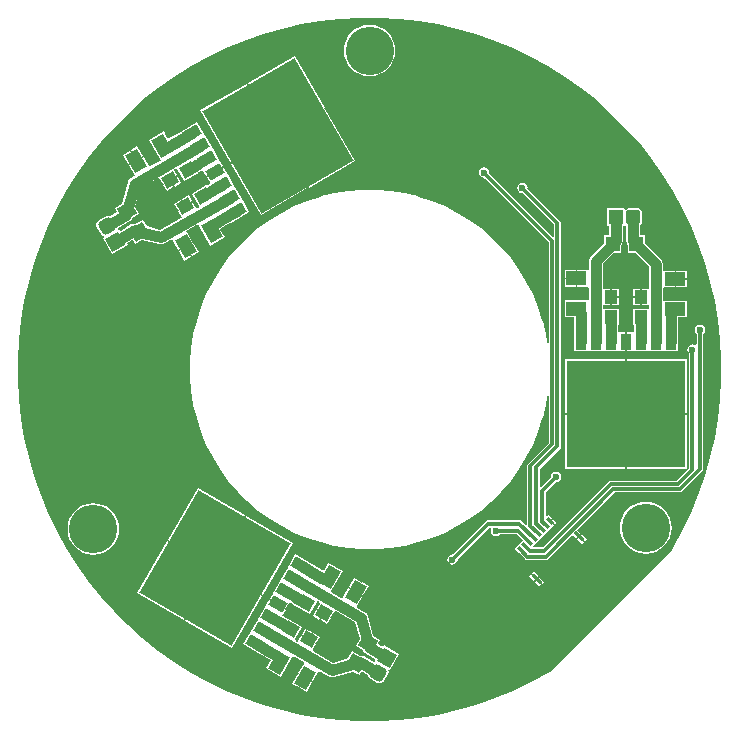
<source format=gtl>
G04*
G04 #@! TF.GenerationSoftware,Altium Limited,Altium Designer,22.4.2 (48)*
G04*
G04 Layer_Physical_Order=1*
G04 Layer_Color=255*
%FSLAX25Y25*%
%MOIN*%
G70*
G04*
G04 #@! TF.SameCoordinates,33176103-96A9-485D-B847-577AE089F5E8*
G04*
G04*
G04 #@! TF.FilePolarity,Positive*
G04*
G01*
G75*
%ADD11C,0.01181*%
G04:AMPARAMS|DCode=13|XSize=36.61mil|YSize=53.94mil|CornerRadius=0mil|HoleSize=0mil|Usage=FLASHONLY|Rotation=300.000|XOffset=0mil|YOffset=0mil|HoleType=Round|Shape=Rectangle|*
%AMROTATEDRECTD13*
4,1,4,-0.03251,0.00237,0.01420,0.02934,0.03251,-0.00237,-0.01420,-0.02934,-0.03251,0.00237,0.0*
%
%ADD13ROTATEDRECTD13*%

G04:AMPARAMS|DCode=14|XSize=393.7mil|YSize=354.33mil|CornerRadius=0mil|HoleSize=0mil|Usage=FLASHONLY|Rotation=300.000|XOffset=0mil|YOffset=0mil|HoleType=Round|Shape=Rectangle|*
%AMROTATEDRECTD14*
4,1,4,-0.25186,0.08189,0.05501,0.25906,0.25186,-0.08189,-0.05501,-0.25906,-0.25186,0.08189,0.0*
%
%ADD14ROTATEDRECTD14*%

G04:AMPARAMS|DCode=15|XSize=36.61mil|YSize=53.94mil|CornerRadius=0mil|HoleSize=0mil|Usage=FLASHONLY|Rotation=60.000|XOffset=0mil|YOffset=0mil|HoleType=Round|Shape=Rectangle|*
%AMROTATEDRECTD15*
4,1,4,0.01420,-0.02934,-0.03251,-0.00237,-0.01420,0.02934,0.03251,0.00237,0.01420,-0.02934,0.0*
%
%ADD15ROTATEDRECTD15*%

G04:AMPARAMS|DCode=16|XSize=393.7mil|YSize=354.33mil|CornerRadius=0mil|HoleSize=0mil|Usage=FLASHONLY|Rotation=60.000|XOffset=0mil|YOffset=0mil|HoleType=Round|Shape=Rectangle|*
%AMROTATEDRECTD16*
4,1,4,0.05501,-0.25906,-0.25186,-0.08189,-0.05501,0.25906,0.25186,0.08189,0.05501,-0.25906,0.0*
%
%ADD16ROTATEDRECTD16*%

G04:AMPARAMS|DCode=17|XSize=45.46mil|YSize=67.17mil|CornerRadius=0mil|HoleSize=0mil|Usage=FLASHONLY|Rotation=330.000|XOffset=0mil|YOffset=0mil|HoleType=Round|Shape=Rectangle|*
%AMROTATEDRECTD17*
4,1,4,-0.03648,-0.01772,-0.00289,0.04045,0.03648,0.01772,0.00289,-0.04045,-0.03648,-0.01772,0.0*
%
%ADD17ROTATEDRECTD17*%

G04:AMPARAMS|DCode=18|XSize=41.34mil|YSize=45.28mil|CornerRadius=0mil|HoleSize=0mil|Usage=FLASHONLY|Rotation=240.000|XOffset=0mil|YOffset=0mil|HoleType=Round|Shape=Rectangle|*
%AMROTATEDRECTD18*
4,1,4,-0.00927,0.02922,0.02994,0.00658,0.00927,-0.02922,-0.02994,-0.00658,-0.00927,0.02922,0.0*
%
%ADD18ROTATEDRECTD18*%

G04:AMPARAMS|DCode=19|XSize=51.18mil|YSize=47.24mil|CornerRadius=0mil|HoleSize=0mil|Usage=FLASHONLY|Rotation=330.000|XOffset=0mil|YOffset=0mil|HoleType=Round|Shape=Rectangle|*
%AMROTATEDRECTD19*
4,1,4,-0.03397,-0.00766,-0.01035,0.03325,0.03397,0.00766,0.01035,-0.03325,-0.03397,-0.00766,0.0*
%
%ADD19ROTATEDRECTD19*%

G04:AMPARAMS|DCode=20|XSize=51.18mil|YSize=47.24mil|CornerRadius=0mil|HoleSize=0mil|Usage=FLASHONLY|Rotation=210.000|XOffset=0mil|YOffset=0mil|HoleType=Round|Shape=Rectangle|*
%AMROTATEDRECTD20*
4,1,4,0.01035,0.03325,0.03397,-0.00766,-0.01035,-0.03325,-0.03397,0.00766,0.01035,0.03325,0.0*
%
%ADD20ROTATEDRECTD20*%

G04:AMPARAMS|DCode=21|XSize=41.34mil|YSize=45.28mil|CornerRadius=0mil|HoleSize=0mil|Usage=FLASHONLY|Rotation=120.000|XOffset=0mil|YOffset=0mil|HoleType=Round|Shape=Rectangle|*
%AMROTATEDRECTD21*
4,1,4,0.02994,-0.00658,-0.00927,-0.02922,-0.02994,0.00658,0.00927,0.02922,0.02994,-0.00658,0.0*
%
%ADD21ROTATEDRECTD21*%

G04:AMPARAMS|DCode=22|XSize=45.46mil|YSize=67.17mil|CornerRadius=0mil|HoleSize=0mil|Usage=FLASHONLY|Rotation=210.000|XOffset=0mil|YOffset=0mil|HoleType=Round|Shape=Rectangle|*
%AMROTATEDRECTD22*
4,1,4,0.00289,0.04045,0.03648,-0.01772,-0.00289,-0.04045,-0.03648,0.01772,0.00289,0.04045,0.0*
%
%ADD22ROTATEDRECTD22*%

G04:AMPARAMS|DCode=23|XSize=11.81mil|YSize=27.56mil|CornerRadius=0mil|HoleSize=0mil|Usage=FLASHONLY|Rotation=45.000|XOffset=0mil|YOffset=0mil|HoleType=Round|Shape=Rectangle|*
%AMROTATEDRECTD23*
4,1,4,0.00557,-0.01392,-0.01392,0.00557,-0.00557,0.01392,0.01392,-0.00557,0.00557,-0.01392,0.0*
%
%ADD23ROTATEDRECTD23*%

G04:AMPARAMS|DCode=24|XSize=11.81mil|YSize=39.37mil|CornerRadius=0mil|HoleSize=0mil|Usage=FLASHONLY|Rotation=45.000|XOffset=0mil|YOffset=0mil|HoleType=Round|Shape=Rectangle|*
%AMROTATEDRECTD24*
4,1,4,0.00974,-0.01810,-0.01810,0.00974,-0.00974,0.01810,0.01810,-0.00974,0.00974,-0.01810,0.0*
%
%ADD24ROTATEDRECTD24*%

%ADD25R,0.04134X0.04528*%
%ADD26R,0.06717X0.04546*%
%ADD27R,0.39370X0.35433*%
%ADD28R,0.03661X0.05394*%
%ADD29R,0.04724X0.05118*%
%ADD46C,0.02362*%
%ADD47C,0.03543*%
G04:AMPARAMS|DCode=48|XSize=49.21mil|YSize=49.21mil|CornerRadius=12.3mil|HoleSize=0mil|Usage=FLASHONLY|Rotation=240.000|XOffset=0mil|YOffset=0mil|HoleType=Round|Shape=RoundedRectangle|*
%AMROUNDEDRECTD48*
21,1,0.04921,0.02461,0,0,240.0*
21,1,0.02461,0.04921,0,0,240.0*
1,1,0.02461,-0.01681,-0.00450*
1,1,0.02461,-0.00450,0.01681*
1,1,0.02461,0.01681,0.00450*
1,1,0.02461,0.00450,-0.01681*
%
%ADD48ROUNDEDRECTD48*%
%ADD49P,0.06960X4X285.0*%
G04:AMPARAMS|DCode=50|XSize=49.21mil|YSize=49.21mil|CornerRadius=12.3mil|HoleSize=0mil|Usage=FLASHONLY|Rotation=120.000|XOffset=0mil|YOffset=0mil|HoleType=Round|Shape=RoundedRectangle|*
%AMROUNDEDRECTD50*
21,1,0.04921,0.02461,0,0,120.0*
21,1,0.02461,0.04921,0,0,120.0*
1,1,0.02461,0.00450,0.01681*
1,1,0.02461,0.01681,-0.00450*
1,1,0.02461,-0.00450,-0.01681*
1,1,0.02461,-0.01681,0.00450*
%
%ADD50ROUNDEDRECTD50*%
%ADD51P,0.06960X4X165.0*%
%ADD52R,0.04921X0.04921*%
G04:AMPARAMS|DCode=53|XSize=49.21mil|YSize=49.21mil|CornerRadius=12.3mil|HoleSize=0mil|Usage=FLASHONLY|Rotation=0.000|XOffset=0mil|YOffset=0mil|HoleType=Round|Shape=RoundedRectangle|*
%AMROUNDEDRECTD53*
21,1,0.04921,0.02461,0,0,0.0*
21,1,0.02461,0.04921,0,0,0.0*
1,1,0.02461,0.01230,-0.01230*
1,1,0.02461,-0.01230,-0.01230*
1,1,0.02461,-0.01230,0.01230*
1,1,0.02461,0.01230,0.01230*
%
%ADD53ROUNDEDRECTD53*%
%ADD54C,0.16142*%
G36*
X206714Y313789D02*
X213255Y313052D01*
X219745Y311949D01*
X226163Y310484D01*
X232488Y308662D01*
X238701Y306488D01*
X244783Y303969D01*
X250713Y301113D01*
X256475Y297929D01*
X262049Y294426D01*
X267417Y290617D01*
X272564Y286513D01*
X277472Y282127D01*
X282127Y277472D01*
X286513Y272564D01*
X290617Y267417D01*
X294426Y262049D01*
X297929Y256475D01*
X301113Y250713D01*
X303969Y244783D01*
X306488Y238701D01*
X308662Y232488D01*
X310484Y226163D01*
X311949Y219745D01*
X313052Y213255D01*
X313789Y206714D01*
X314158Y200142D01*
Y196850D01*
Y193559D01*
X313789Y186987D01*
X313052Y180446D01*
X311949Y173956D01*
X310484Y167538D01*
X308662Y161213D01*
X306488Y154999D01*
X303969Y148918D01*
X301113Y142987D01*
X297929Y137226D01*
X297655Y136790D01*
X256911Y96046D01*
X256475Y95772D01*
X250713Y92588D01*
X244783Y89732D01*
X238701Y87213D01*
X232488Y85039D01*
X226163Y83217D01*
X219745Y81752D01*
X213255Y80649D01*
X206714Y79912D01*
X200142Y79543D01*
X193559D01*
X186987Y79912D01*
X180446Y80649D01*
X173956Y81752D01*
X167538Y83217D01*
X161213Y85039D01*
X154999Y87213D01*
X148918Y89732D01*
X142987Y92588D01*
X137226Y95772D01*
X131652Y99274D01*
X126284Y103084D01*
X121137Y107188D01*
X116229Y111574D01*
X111574Y116229D01*
X107188Y121137D01*
X103084Y126284D01*
X99274Y131652D01*
X95772Y137226D01*
X92588Y142987D01*
X89732Y148918D01*
X87213Y154999D01*
X85039Y161213D01*
X83217Y167538D01*
X81752Y173956D01*
X80649Y180446D01*
X79912Y186987D01*
X79543Y193559D01*
Y196850D01*
Y200142D01*
X79912Y206714D01*
X80649Y213255D01*
X81752Y219745D01*
X83217Y226163D01*
X85039Y232488D01*
X87213Y238701D01*
X89732Y244783D01*
X92588Y250713D01*
X95772Y256475D01*
X99274Y262049D01*
X103084Y267417D01*
X107188Y272564D01*
X111574Y277472D01*
X116229Y282127D01*
X121137Y286513D01*
X126284Y290617D01*
X131652Y294426D01*
X137226Y297929D01*
X142987Y301113D01*
X148918Y303969D01*
X154999Y306488D01*
X161213Y308662D01*
X167538Y310484D01*
X173956Y311949D01*
X180446Y313052D01*
X186987Y313789D01*
X193559Y314158D01*
X200142D01*
X206714Y313789D01*
D02*
G37*
%LPC*%
G36*
X196850Y311762D02*
X195170Y311596D01*
X193555Y311106D01*
X192066Y310311D01*
X190761Y309239D01*
X189690Y307934D01*
X188894Y306445D01*
X188403Y304830D01*
X188238Y303150D01*
X188403Y301469D01*
X188894Y299854D01*
X189690Y298365D01*
X190761Y297060D01*
X192066Y295989D01*
X193555Y295193D01*
X195170Y294703D01*
X196850Y294537D01*
X198531Y294703D01*
X200146Y295193D01*
X201635Y295989D01*
X202940Y297060D01*
X204011Y298365D01*
X204807Y299854D01*
X205297Y301469D01*
X205463Y303150D01*
X205297Y304830D01*
X204807Y306445D01*
X204011Y307934D01*
X202940Y309239D01*
X201635Y310311D01*
X200146Y311106D01*
X198531Y311596D01*
X196850Y311762D01*
D02*
G37*
G36*
X171893Y301408D02*
X156334Y292425D01*
X166301Y275161D01*
X181861Y284144D01*
X171893Y301408D01*
D02*
G37*
G36*
X139429Y279369D02*
X133892Y276173D01*
X133899Y276160D01*
X129947Y273878D01*
X129464Y274007D01*
X128199Y276199D01*
X123396Y273426D01*
X127088Y267031D01*
X127255Y266742D01*
X126965Y266383D01*
X123814Y264564D01*
X123191Y264781D01*
X121554Y267618D01*
X119152Y266231D01*
X116751Y264845D01*
X118388Y262009D01*
X118555Y261720D01*
X118265Y261360D01*
X117354Y260834D01*
X117354Y260834D01*
X116675Y260238D01*
X116275Y259428D01*
Y259428D01*
X114263Y251919D01*
X111972Y250596D01*
X112737Y249270D01*
X110264Y247843D01*
X110090Y247929D01*
X109403Y247974D01*
X108751Y247752D01*
X106620Y246522D01*
X106103Y246068D01*
X105798Y245451D01*
X105753Y244764D01*
X105974Y244112D01*
X107205Y241981D01*
X107659Y241464D01*
X108241Y241177D01*
X108294Y241008D01*
X108336Y240654D01*
X108091Y240513D01*
X111052Y235385D01*
X116180Y238346D01*
X115858Y238904D01*
X117700Y239967D01*
X118183Y239838D01*
X118771Y238819D01*
X121062Y240142D01*
X126772Y238612D01*
X126772Y238612D01*
X127674Y238553D01*
X128530Y238843D01*
X128530Y238843D01*
X130921Y240224D01*
X131204Y239810D01*
X133001Y236699D01*
X135402Y238086D01*
X137803Y239472D01*
X136007Y242583D01*
X135999Y242597D01*
X135791Y243036D01*
X139620Y245247D01*
X139904Y244833D01*
X143755Y238164D01*
X148557Y240936D01*
X147134Y243403D01*
X147263Y243886D01*
X149539Y245200D01*
X151216Y246167D01*
X151223Y246155D01*
X156760Y249352D01*
X154510Y253249D01*
X154260Y253682D01*
X154179Y253822D01*
X152010Y257579D01*
X151760Y258012D01*
X151679Y258152D01*
X149510Y261909D01*
X149429Y262049D01*
X149185Y262471D01*
X148220Y264144D01*
X145451Y262546D01*
X142682Y260947D01*
X143642Y259285D01*
X143723Y259145D01*
X143593Y258663D01*
X142962Y258298D01*
X142433Y257993D01*
X142308Y258210D01*
X137521Y255446D01*
X139896Y251332D01*
X140088Y251000D01*
X139755Y250673D01*
X139528Y250542D01*
X138887Y250749D01*
X137920Y252424D01*
X135527Y251042D01*
X133133Y249660D01*
X134100Y247986D01*
X134292Y247654D01*
X133959Y247327D01*
X127044Y243335D01*
X122530Y244544D01*
X121207Y246836D01*
X118813Y245453D01*
X118342Y245484D01*
X117487Y245193D01*
X117486Y245193D01*
X113848Y243093D01*
X113365Y243222D01*
X113219Y243474D01*
X113219Y243474D01*
X112849Y243837D01*
X112848Y243881D01*
X112916Y244025D01*
X116850Y246296D01*
X116850Y246296D01*
X117529Y246892D01*
X117738Y247315D01*
X120132Y248697D01*
X118809Y250989D01*
X120501Y257302D01*
X126275Y260636D01*
X126916Y260429D01*
X127883Y258754D01*
X130277Y260136D01*
X132670Y261518D01*
X131703Y263192D01*
X131512Y263524D01*
X131844Y263851D01*
X132071Y263982D01*
X132713Y263775D01*
X135088Y259661D01*
X139875Y262424D01*
X139750Y262642D01*
X140670Y263173D01*
X141048Y263504D01*
X141107Y263495D01*
X141408Y263155D01*
X141473Y263042D01*
X142432Y261380D01*
X145201Y262979D01*
X147970Y264577D01*
X147010Y266239D01*
X146760Y266672D01*
X146679Y266812D01*
X144510Y270569D01*
X144429Y270709D01*
X144194Y271117D01*
X142010Y274900D01*
X141760Y275333D01*
X141679Y275472D01*
X139429Y279369D01*
D02*
G37*
G36*
X119499Y271176D02*
X117314Y269915D01*
X119119Y266790D01*
X121304Y268051D01*
X119499Y271176D01*
D02*
G37*
G36*
X155901Y292175D02*
X140341Y283192D01*
X150309Y265927D01*
X165868Y274911D01*
X155901Y292175D01*
D02*
G37*
G36*
X116881Y269665D02*
X114697Y268403D01*
X116501Y265278D01*
X118686Y266540D01*
X116881Y269665D01*
D02*
G37*
G36*
X132920Y261085D02*
X130743Y259828D01*
X131902Y257821D01*
X134079Y259078D01*
X132920Y261085D01*
D02*
G37*
G36*
X182111Y283711D02*
X166551Y274728D01*
X176519Y257463D01*
X192078Y266447D01*
X182111Y283711D01*
D02*
G37*
G36*
X130310Y259578D02*
X128133Y258321D01*
X129292Y256314D01*
X131469Y257571D01*
X130310Y259578D01*
D02*
G37*
G36*
X136512Y254864D02*
X134335Y253607D01*
X135493Y251600D01*
X137670Y252857D01*
X136512Y254864D01*
D02*
G37*
G36*
X286011Y250648D02*
X283550D01*
X282875Y250514D01*
X282335Y250153D01*
X282163Y250191D01*
X281835Y250332D01*
Y250614D01*
X275914D01*
Y244693D01*
X276559D01*
Y241713D01*
X275028D01*
Y239067D01*
X270690Y234728D01*
X270188Y233977D01*
X270011Y233091D01*
X270011Y233090D01*
Y230314D01*
X269686Y229949D01*
X269511Y229949D01*
X266078D01*
Y227176D01*
Y224403D01*
X269511D01*
X269686Y224403D01*
X270011Y224038D01*
Y220269D01*
X269686Y219904D01*
X269511Y219904D01*
X261969D01*
Y214358D01*
X265012D01*
Y209350D01*
X264997D01*
Y202957D01*
X269497D01*
X269997Y202957D01*
X270158Y202957D01*
X274497D01*
X274997Y202957D01*
X275158Y202957D01*
X279497D01*
X279997Y202957D01*
X280158Y202957D01*
X282078D01*
Y206154D01*
Y209350D01*
X280158D01*
X279997Y209350D01*
X279644Y209704D01*
Y211543D01*
X279894D01*
Y217071D01*
X274761Y217071D01*
X274644Y217522D01*
Y217785D01*
X274761Y218236D01*
X275144Y218236D01*
X277078D01*
Y221000D01*
Y223764D01*
X274761Y223764D01*
X274644Y224215D01*
Y232131D01*
X278107Y235595D01*
X280753D01*
Y238360D01*
X281015Y238752D01*
X281191Y239638D01*
X281191Y239638D01*
Y244693D01*
X281835D01*
Y244693D01*
X282335Y244832D01*
X282373Y244811D01*
X282464Y244680D01*
Y239638D01*
X282464Y239638D01*
X282464Y239638D01*
Y239638D01*
X282543Y239240D01*
X282641Y238752D01*
X282641Y238752D01*
X282641Y238752D01*
X282902Y238360D01*
Y235594D01*
X285548D01*
X290012Y231131D01*
Y224215D01*
X289895Y223764D01*
X289511Y223764D01*
X287578D01*
Y221000D01*
Y218236D01*
X289895Y218236D01*
X290012Y217785D01*
Y217522D01*
X289895Y217071D01*
X289511Y217071D01*
X284761D01*
Y211543D01*
X285012D01*
Y209704D01*
X284658Y209350D01*
X284497Y209350D01*
X282578D01*
Y206154D01*
Y202957D01*
X284497D01*
X284997Y202957D01*
X285158Y202957D01*
X289497D01*
X289997Y202957D01*
X290158Y202957D01*
X294497D01*
X294997Y202957D01*
X295158Y202957D01*
X299658D01*
Y209350D01*
X299644D01*
Y214204D01*
X302678D01*
Y219750D01*
X295144D01*
X294960Y219750D01*
X294644Y220119D01*
Y223881D01*
X294960Y224250D01*
X295144Y224250D01*
X298569D01*
Y227023D01*
Y229796D01*
X295144D01*
X294960Y229796D01*
X294644Y230165D01*
Y232091D01*
X294467Y232977D01*
X294467Y232977D01*
X293965Y233728D01*
X293965Y233728D01*
X288627Y239067D01*
Y241712D01*
X287097D01*
Y245068D01*
X287258Y245176D01*
X287641Y245748D01*
X287775Y246423D01*
Y248884D01*
X287641Y249559D01*
X287258Y250131D01*
X286686Y250514D01*
X286011Y250648D01*
D02*
G37*
G36*
X133902Y253357D02*
X131725Y252100D01*
X132883Y250093D01*
X135060Y251350D01*
X133902Y253357D01*
D02*
G37*
G36*
X166118Y274478D02*
X150559Y265494D01*
X160526Y248230D01*
X176086Y257213D01*
X166118Y274478D01*
D02*
G37*
G36*
X138053Y239039D02*
X135869Y237777D01*
X137673Y234652D01*
X139858Y235914D01*
X138053Y239039D01*
D02*
G37*
G36*
X135435Y237527D02*
X133251Y236266D01*
X135055Y233141D01*
X137240Y234402D01*
X135435Y237527D01*
D02*
G37*
G36*
X265578Y229949D02*
X261969D01*
Y227426D01*
X265578D01*
Y229949D01*
D02*
G37*
G36*
X299069Y229796D02*
Y227273D01*
X302678D01*
Y229796D01*
X299069D01*
D02*
G37*
G36*
X265578Y226926D02*
X261969D01*
Y224403D01*
X265578D01*
Y226926D01*
D02*
G37*
G36*
X302678Y226773D02*
X299069D01*
Y224250D01*
X302678D01*
Y226773D01*
D02*
G37*
G36*
X287078Y223764D02*
X284761D01*
Y221250D01*
X287078D01*
Y223764D01*
D02*
G37*
G36*
X277578D02*
Y221250D01*
X279894D01*
Y223764D01*
X277578D01*
D02*
G37*
G36*
X279894Y220750D02*
X277578D01*
Y218236D01*
X279894D01*
Y220750D01*
D02*
G37*
G36*
X287078D02*
X284761D01*
Y218236D01*
X287078D01*
Y220750D01*
D02*
G37*
G36*
X235000Y264214D02*
X234344Y264084D01*
X233788Y263712D01*
X233416Y263156D01*
X233286Y262500D01*
X233416Y261844D01*
X233788Y261288D01*
X234344Y260916D01*
X235000Y260786D01*
X235118Y260809D01*
X256707Y239220D01*
Y204766D01*
X256207Y204727D01*
X255608Y208506D01*
X255597Y208536D01*
X255596Y208568D01*
X254513Y213080D01*
X254499Y213109D01*
X254496Y213141D01*
X253062Y217554D01*
X253046Y217582D01*
X253040Y217613D01*
X251264Y221901D01*
X251246Y221927D01*
X251238Y221958D01*
X249131Y226093D01*
X249111Y226118D01*
X249100Y226148D01*
X246675Y230104D01*
X246654Y230128D01*
X246640Y230157D01*
X243913Y233911D01*
X243889Y233933D01*
X243874Y233961D01*
X240860Y237489D01*
X240835Y237509D01*
X240817Y237536D01*
X237536Y240817D01*
X237509Y240835D01*
X237489Y240860D01*
X233961Y243874D01*
X233933Y243889D01*
X233911Y243913D01*
X230157Y246640D01*
X230128Y246654D01*
X230104Y246675D01*
X226148Y249100D01*
X226118Y249111D01*
X226093Y249131D01*
X221958Y251238D01*
X221927Y251246D01*
X221901Y251264D01*
X217613Y253040D01*
X217582Y253046D01*
X217554Y253062D01*
X213141Y254496D01*
X213109Y254499D01*
X213080Y254513D01*
X208568Y255596D01*
X208536Y255597D01*
X208506Y255608D01*
X203923Y256334D01*
X203891Y256333D01*
X203860Y256342D01*
X199234Y256706D01*
X199202Y256702D01*
X199171Y256708D01*
X194530D01*
X194499Y256702D01*
X194467Y256706D01*
X189841Y256342D01*
X189810Y256333D01*
X189778Y256334D01*
X185195Y255608D01*
X185165Y255597D01*
X185133Y255596D01*
X180621Y254513D01*
X180592Y254499D01*
X180560Y254496D01*
X176146Y253062D01*
X176119Y253046D01*
X176087Y253040D01*
X171800Y251264D01*
X171774Y251246D01*
X171743Y251238D01*
X167608Y249131D01*
X167583Y249111D01*
X167553Y249100D01*
X163596Y246675D01*
X163573Y246654D01*
X163544Y246640D01*
X159790Y243913D01*
X159768Y243889D01*
X159740Y243874D01*
X156211Y240860D01*
X156192Y240835D01*
X156165Y240817D01*
X152884Y237536D01*
X152866Y237509D01*
X152841Y237489D01*
X149827Y233961D01*
X149811Y233933D01*
X149788Y233911D01*
X147061Y230157D01*
X147047Y230128D01*
X147025Y230104D01*
X144601Y226148D01*
X144590Y226118D01*
X144570Y226093D01*
X142463Y221958D01*
X142455Y221927D01*
X142437Y221901D01*
X140661Y217613D01*
X140655Y217582D01*
X140639Y217554D01*
X139205Y213141D01*
X139201Y213109D01*
X139188Y213080D01*
X138105Y208568D01*
X138103Y208536D01*
X138092Y208506D01*
X137366Y203923D01*
X137368Y203891D01*
X137359Y203860D01*
X136995Y199234D01*
X136999Y199202D01*
X136992Y199171D01*
Y196850D01*
X136992Y194530D01*
X136999Y194499D01*
X136995Y194467D01*
X137359Y189841D01*
X137368Y189810D01*
X137366Y189778D01*
X138092Y185195D01*
X138103Y185165D01*
X138105Y185133D01*
X139188Y180621D01*
X139201Y180592D01*
X139205Y180560D01*
X140639Y176146D01*
X140655Y176119D01*
X140661Y176087D01*
X142437Y171800D01*
X142455Y171774D01*
X142463Y171743D01*
X144570Y167608D01*
X144590Y167583D01*
X144601Y167553D01*
X147025Y163596D01*
X147047Y163573D01*
X147061Y163544D01*
X149788Y159790D01*
X149811Y159768D01*
X149827Y159740D01*
X152841Y156211D01*
X152866Y156192D01*
X152884Y156165D01*
X156165Y152884D01*
X156192Y152866D01*
X156211Y152841D01*
X159740Y149827D01*
X159768Y149811D01*
X159790Y149788D01*
X163544Y147061D01*
X163573Y147047D01*
X163596Y147025D01*
X167553Y144601D01*
X167583Y144590D01*
X167608Y144570D01*
X171743Y142463D01*
X171774Y142455D01*
X171800Y142437D01*
X176087Y140661D01*
X176119Y140655D01*
X176147Y140639D01*
X180560Y139205D01*
X180592Y139201D01*
X180621Y139188D01*
X185133Y138105D01*
X185165Y138103D01*
X185195Y138092D01*
X189778Y137366D01*
X189810Y137368D01*
X189841Y137359D01*
X194467Y136995D01*
X194499Y136999D01*
X194530Y136992D01*
X196850D01*
X199171Y136992D01*
X199202Y136999D01*
X199234Y136995D01*
X203860Y137359D01*
X203891Y137368D01*
X203923Y137366D01*
X208506Y138092D01*
X208536Y138103D01*
X208568Y138105D01*
X213080Y139188D01*
X213109Y139201D01*
X213141Y139205D01*
X217554Y140639D01*
X217582Y140655D01*
X217613Y140661D01*
X221901Y142437D01*
X221927Y142455D01*
X221958Y142463D01*
X226093Y144570D01*
X226118Y144590D01*
X226148Y144601D01*
X230104Y147025D01*
X230128Y147047D01*
X230157Y147061D01*
X233911Y149788D01*
X233933Y149811D01*
X233961Y149827D01*
X237489Y152841D01*
X237509Y152866D01*
X237536Y152884D01*
X240817Y156165D01*
X240835Y156192D01*
X240860Y156211D01*
X243874Y159740D01*
X243889Y159768D01*
X243913Y159790D01*
X246640Y163544D01*
X246654Y163573D01*
X246675Y163596D01*
X249100Y167553D01*
X249111Y167583D01*
X249131Y167608D01*
X251238Y171743D01*
X251246Y171774D01*
X251264Y171800D01*
X253040Y176087D01*
X253046Y176119D01*
X253062Y176147D01*
X254496Y180560D01*
X254499Y180592D01*
X254513Y180621D01*
X255596Y185133D01*
X255597Y185165D01*
X255608Y185195D01*
X256207Y188974D01*
X256707Y188935D01*
Y172357D01*
X249714Y165364D01*
X249473Y165003D01*
X249388Y164577D01*
X249388Y164577D01*
Y145201D01*
X248888Y144993D01*
X247595Y146286D01*
X247595Y146286D01*
X247235Y146527D01*
X246809Y146612D01*
X246809Y146612D01*
X236500D01*
X236074Y146527D01*
X235714Y146286D01*
X235714Y146286D01*
X224618Y135191D01*
X224500Y135214D01*
X223844Y135084D01*
X223288Y134712D01*
X222916Y134156D01*
X222786Y133500D01*
X222916Y132844D01*
X223288Y132288D01*
X223844Y131916D01*
X224500Y131786D01*
X225156Y131916D01*
X225712Y132288D01*
X226084Y132844D01*
X226214Y133500D01*
X226190Y133618D01*
X236851Y144278D01*
X237262Y144237D01*
X237494Y143772D01*
X237416Y143656D01*
X237286Y143000D01*
X237416Y142344D01*
X237788Y141788D01*
X238344Y141416D01*
X239000Y141286D01*
X239656Y141416D01*
X240212Y141788D01*
X240279Y141888D01*
X246039D01*
X248002Y139925D01*
X246788Y138711D01*
X246788Y138711D01*
X245246Y137169D01*
X246498Y135917D01*
X246559Y135826D01*
X246650Y135765D01*
X247902Y134513D01*
X247908Y134519D01*
X248714Y133714D01*
X248714Y133714D01*
X249075Y133473D01*
X249500Y133388D01*
X255661D01*
X255661Y133388D01*
X256087Y133473D01*
X256448Y133714D01*
X264517Y141783D01*
X265717Y140583D01*
X266488Y141355D01*
X267260Y142126D01*
X266059Y143326D01*
X278622Y155888D01*
X300377D01*
X300377Y155888D01*
X300803Y155973D01*
X301164Y156214D01*
X307786Y162836D01*
X307786Y162836D01*
X308027Y163197D01*
X308112Y163623D01*
X308112Y163623D01*
Y208721D01*
X308212Y208788D01*
X308584Y209344D01*
X308714Y210000D01*
X308584Y210656D01*
X308212Y211212D01*
X307656Y211584D01*
X307000Y211714D01*
X306344Y211584D01*
X305788Y211212D01*
X305416Y210656D01*
X305286Y210000D01*
X305416Y209344D01*
X305788Y208788D01*
X305888Y208721D01*
Y205196D01*
X305388Y204928D01*
X305156Y205084D01*
X304500Y205214D01*
X303844Y205084D01*
X303288Y204712D01*
X302916Y204156D01*
X302786Y203500D01*
X302916Y202844D01*
X303288Y202288D01*
X303388Y202221D01*
Y163961D01*
X299220Y159793D01*
X277181D01*
X276756Y159708D01*
X276395Y159467D01*
X276395Y159467D01*
X254539Y137612D01*
X251654D01*
X251463Y138074D01*
X253620Y140231D01*
X253620Y140231D01*
X254861Y141473D01*
X254862Y141473D01*
X257796Y144407D01*
X257796Y144407D01*
X258240Y144851D01*
X256912Y146179D01*
X257089Y146356D01*
X256912Y146533D01*
X257683Y147304D01*
X256532Y148455D01*
X256074Y147997D01*
X255612Y148188D01*
Y156039D01*
X258882Y159309D01*
X259000Y159286D01*
X259656Y159416D01*
X260212Y159788D01*
X260584Y160344D01*
X260714Y161000D01*
X260584Y161656D01*
X260212Y162212D01*
X259656Y162584D01*
X259000Y162714D01*
X258344Y162584D01*
X257788Y162212D01*
X257416Y161656D01*
X257286Y161000D01*
X257310Y160882D01*
X254112Y157684D01*
X253612Y157891D01*
Y163739D01*
X260286Y170414D01*
X260286Y170414D01*
X260527Y170774D01*
X260612Y171200D01*
Y245600D01*
X260612Y245600D01*
X260527Y246025D01*
X260286Y246386D01*
X249490Y257182D01*
X249514Y257300D01*
X249384Y257956D01*
X249012Y258512D01*
X248456Y258884D01*
X247800Y259014D01*
X247144Y258884D01*
X246588Y258512D01*
X246216Y257956D01*
X246086Y257300D01*
X246216Y256644D01*
X246588Y256088D01*
X247144Y255716D01*
X247800Y255586D01*
X247918Y255609D01*
X258388Y245139D01*
Y241338D01*
X257926Y241146D01*
X236690Y262382D01*
X236714Y262500D01*
X236584Y263156D01*
X236212Y263712D01*
X235656Y264084D01*
X235000Y264214D01*
D02*
G37*
G36*
X302513Y200256D02*
X282578D01*
Y182289D01*
X302513D01*
Y200256D01*
D02*
G37*
G36*
X282078D02*
X262143D01*
Y182289D01*
X282078D01*
Y200256D01*
D02*
G37*
G36*
X302513Y181789D02*
X282578D01*
Y163823D01*
X302513D01*
Y181789D01*
D02*
G37*
G36*
X282078D02*
X262143D01*
Y163823D01*
X282078D01*
Y181789D01*
D02*
G37*
G36*
X258036Y146950D02*
X257442Y146356D01*
X258593Y145205D01*
X259188Y145799D01*
X258036Y146950D01*
D02*
G37*
G36*
X267613Y141772D02*
X267019Y141178D01*
X268587Y139609D01*
X269182Y140203D01*
X267613Y141772D01*
D02*
G37*
G36*
X266665Y140824D02*
X266071Y140230D01*
X267640Y138661D01*
X268234Y139255D01*
X266665Y140824D01*
D02*
G37*
G36*
X288909Y152707D02*
X287229Y152541D01*
X285614Y152051D01*
X284125Y151255D01*
X282820Y150184D01*
X281749Y148879D01*
X280953Y147390D01*
X280463Y145775D01*
X280297Y144094D01*
X280463Y142414D01*
X280953Y140799D01*
X281749Y139310D01*
X282820Y138005D01*
X284125Y136934D01*
X285614Y136138D01*
X287229Y135648D01*
X288909Y135482D01*
X290590Y135648D01*
X292205Y136138D01*
X293694Y136934D01*
X294999Y138005D01*
X296070Y139310D01*
X296866Y140799D01*
X297356Y142414D01*
X297522Y144094D01*
X297356Y145775D01*
X296866Y147390D01*
X296070Y148879D01*
X294999Y150184D01*
X293694Y151255D01*
X292205Y152051D01*
X290590Y152541D01*
X288909Y152707D01*
D02*
G37*
G36*
X104791Y152313D02*
X103111Y152148D01*
X101496Y151658D01*
X100007Y150862D01*
X98702Y149791D01*
X97631Y148486D01*
X96835Y146997D01*
X96345Y145381D01*
X96179Y143701D01*
X96345Y142021D01*
X96835Y140405D01*
X97631Y138916D01*
X98702Y137611D01*
X100007Y136540D01*
X101496Y135744D01*
X103111Y135254D01*
X104791Y135089D01*
X106472Y135254D01*
X108087Y135744D01*
X109576Y136540D01*
X110881Y137611D01*
X111952Y138916D01*
X112748Y140405D01*
X113238Y142021D01*
X113404Y143701D01*
X113238Y145381D01*
X112748Y146997D01*
X111952Y148486D01*
X110881Y149791D01*
X109576Y150862D01*
X108087Y151658D01*
X106472Y152148D01*
X104791Y152313D01*
D02*
G37*
G36*
X139668Y157269D02*
X129700Y140005D01*
X145260Y131021D01*
X155227Y148286D01*
X139668Y157269D01*
D02*
G37*
G36*
X251549Y129552D02*
X250954Y128958D01*
X252523Y127389D01*
X253117Y127983D01*
X251549Y129552D01*
D02*
G37*
G36*
X250601Y128604D02*
X250006Y128010D01*
X251575Y126441D01*
X252169Y127036D01*
X250601Y128604D01*
D02*
G37*
G36*
X253471Y127630D02*
X252876Y127036D01*
X254445Y125467D01*
X255040Y126061D01*
X253471Y127630D01*
D02*
G37*
G36*
X252523Y126682D02*
X251929Y126088D01*
X253497Y124519D01*
X254092Y125113D01*
X252523Y126682D01*
D02*
G37*
G36*
X191759Y127428D02*
X189955Y124303D01*
X192140Y123042D01*
X193944Y126167D01*
X191759Y127428D01*
D02*
G37*
G36*
X155660Y148036D02*
X145693Y130772D01*
X161252Y121788D01*
X171220Y139052D01*
X155660Y148036D01*
D02*
G37*
G36*
X194377Y125917D02*
X192573Y122792D01*
X194758Y121530D01*
X196562Y124655D01*
X194377Y125917D01*
D02*
G37*
G36*
X179074Y116695D02*
X177915Y114689D01*
X180092Y113432D01*
X181251Y115438D01*
X179074Y116695D01*
D02*
G37*
G36*
X129450Y139572D02*
X119483Y122308D01*
X135042Y113324D01*
X145010Y130588D01*
X129450Y139572D01*
D02*
G37*
G36*
X181684Y115188D02*
X180525Y113182D01*
X182702Y111925D01*
X183861Y113931D01*
X181684Y115188D01*
D02*
G37*
G36*
X175482Y110474D02*
X174324Y108468D01*
X176501Y107211D01*
X177659Y109217D01*
X175482Y110474D01*
D02*
G37*
G36*
X178092Y108967D02*
X176934Y106961D01*
X179111Y105704D01*
X180269Y107711D01*
X178092Y108967D01*
D02*
G37*
G36*
X145443Y130339D02*
X135475Y113074D01*
X151035Y104091D01*
X161002Y121355D01*
X145443Y130339D01*
D02*
G37*
G36*
X172132Y135230D02*
X169882Y131333D01*
X169801Y131193D01*
X169551Y130760D01*
X167382Y127003D01*
X167132Y126570D01*
X167051Y126430D01*
X164882Y122673D01*
X164801Y122533D01*
X164551Y122100D01*
X163591Y120438D01*
X166360Y118839D01*
X169128Y117241D01*
X170095Y118916D01*
X170652Y119172D01*
X170959Y118994D01*
X171058Y118846D01*
X171785Y118361D01*
X172119Y118035D01*
X172119Y118035D01*
X176906Y115271D01*
X179281Y119386D01*
X179473Y119717D01*
X179922Y119593D01*
X180149Y119462D01*
X180291Y118803D01*
X179324Y117128D01*
X181717Y115746D01*
X184111Y114364D01*
X185078Y116039D01*
X185269Y116371D01*
X185719Y116246D01*
X192027Y112604D01*
X193525Y107012D01*
X192202Y104720D01*
X194597Y103338D01*
X194805Y102915D01*
X194805Y102915D01*
X194806Y102915D01*
X195108Y102650D01*
X195485Y102319D01*
X195485Y102319D01*
X195485Y102319D01*
X198690Y100468D01*
X198820Y99985D01*
X198674Y99734D01*
D01*
X198545Y99231D01*
X198508Y99208D01*
X198349Y99195D01*
X194848Y101217D01*
X194848Y101217D01*
X194848Y101217D01*
X194410Y101365D01*
X193993Y101507D01*
X193992Y101507D01*
X193992Y101507D01*
X193576Y101480D01*
X193522Y101476D01*
X191128Y102859D01*
X189805Y100567D01*
X184570Y99165D01*
X178035Y102937D01*
X177894Y103596D01*
X178861Y105271D01*
X176467Y106653D01*
X174074Y108035D01*
X173107Y106360D01*
X172915Y106028D01*
X172466Y106153D01*
X172239Y106284D01*
X172098Y106943D01*
X174473Y111057D01*
X169686Y113821D01*
X169561Y113604D01*
X167968Y114523D01*
X167838Y115006D01*
X167919Y115146D01*
X168878Y116808D01*
X166110Y118406D01*
X163341Y120005D01*
X162382Y118343D01*
X162132Y117910D01*
X162051Y117770D01*
X159882Y114013D01*
X159801Y113873D01*
X159551Y113440D01*
X157382Y109682D01*
X157301Y109543D01*
X157051Y109110D01*
X154801Y105212D01*
X160338Y102015D01*
X160345Y102028D01*
X163991Y99923D01*
X162416Y97195D01*
X167219Y94422D01*
X171044Y101047D01*
X171078Y101105D01*
X171434Y101399D01*
X175051Y99311D01*
X174941Y98798D01*
X173170Y95730D01*
X175572Y94344D01*
X177973Y92958D01*
X179744Y96025D01*
X179777Y96083D01*
X180134Y96377D01*
X183084Y94673D01*
X183084Y94673D01*
X183940Y94383D01*
X184842Y94442D01*
X184842Y94442D01*
X191273Y96165D01*
X193564Y94842D01*
X194152Y95861D01*
X194635Y95991D01*
X196369Y94990D01*
X196381Y94796D01*
X196686Y94178D01*
X197203Y93725D01*
X199334Y92494D01*
X199986Y92273D01*
X200673Y92318D01*
X201290Y92623D01*
X201744Y93140D01*
X202975Y95271D01*
X203196Y95923D01*
X203153Y96570D01*
X203273Y96701D01*
X203558Y96914D01*
X203802Y96773D01*
X206763Y101901D01*
X201635Y104861D01*
X201313Y104303D01*
X199904Y105117D01*
X199775Y105600D01*
X200363Y106619D01*
X198072Y107942D01*
X196253Y114730D01*
Y114730D01*
X195853Y115541D01*
X195174Y116137D01*
X192830Y117489D01*
X192776Y118098D01*
X194508Y121097D01*
X192106Y122484D01*
X189705Y123870D01*
X187973Y120871D01*
X187901Y120745D01*
X187419Y120613D01*
X184130Y122512D01*
X184076Y123121D01*
X187862Y129678D01*
X183060Y132451D01*
X181524Y129791D01*
X177661Y132021D01*
X177669Y132033D01*
X172132Y135230D01*
D02*
G37*
G36*
X172920Y95297D02*
X171116Y92172D01*
X173301Y90911D01*
X175105Y94036D01*
X172920Y95297D01*
D02*
G37*
G36*
X175538Y93786D02*
X173734Y90661D01*
X175919Y89399D01*
X177723Y92524D01*
X175538Y93786D01*
D02*
G37*
%LPD*%
D11*
X224500Y133500D02*
X236500Y145500D01*
X246809D01*
X254500Y146000D02*
Y156500D01*
X259000Y161000D01*
X252500Y145377D02*
X254305Y143572D01*
X252500Y145377D02*
Y164200D01*
X259500Y171200D01*
X254500Y146000D02*
X255536Y144964D01*
X255697D01*
X239000Y143000D02*
X246500D01*
X250500Y164577D02*
X257819Y171896D01*
X250500Y144593D02*
Y164577D01*
Y144593D02*
X252913Y142180D01*
X257819Y171896D02*
Y239681D01*
X235000Y262500D02*
X257819Y239681D01*
X300377Y157000D02*
X307000Y163623D01*
X278161Y157000D02*
X300377D01*
X255661Y134500D02*
X278161Y157000D01*
X277181Y158681D02*
X299681D01*
X304500Y163500D01*
X255000Y136500D02*
X277181Y158681D01*
X249500Y134500D02*
X255661D01*
X307000Y163623D02*
Y210000D01*
X250241Y136500D02*
X255000D01*
X248737Y138004D02*
X250241Y136500D01*
X247345Y136612D02*
X247388D01*
X249500Y134500D01*
X304500Y163500D02*
Y203500D01*
X259500Y171200D02*
Y245600D01*
X247800Y257300D02*
X259500Y245600D01*
X246809Y145500D02*
X251521Y140788D01*
X246500Y143000D02*
X250104Y139396D01*
X250129D01*
X145932Y258432D02*
X147826D01*
X144000Y256500D02*
X145932Y258432D01*
D13*
X152826Y249772D02*
D03*
X150326Y254102D02*
D03*
X147826Y258432D02*
D03*
X145326Y262762D02*
D03*
X142826Y267092D02*
D03*
X140326Y271422D02*
D03*
X137826Y275753D02*
D03*
D14*
X166210Y274819D02*
D03*
D15*
X173735Y131613D02*
D03*
X171235Y127283D02*
D03*
X168735Y122953D02*
D03*
X166235Y118623D02*
D03*
X163735Y114293D02*
D03*
X161235Y109963D02*
D03*
X158735Y105632D02*
D03*
D16*
X145351Y130680D02*
D03*
D17*
X183532Y127723D02*
D03*
X192231Y122700D02*
D03*
X166747Y99150D02*
D03*
X175447Y94127D02*
D03*
D18*
X175796Y118876D02*
D03*
X181592Y115530D02*
D03*
X170796Y110216D02*
D03*
X176592Y106869D02*
D03*
D19*
X196283Y105670D02*
D03*
X192346Y98850D02*
D03*
D20*
X116052Y249646D02*
D03*
X119989Y242827D02*
D03*
D21*
X136198Y263266D02*
D03*
X130402Y259919D02*
D03*
X141198Y254605D02*
D03*
X135402Y251259D02*
D03*
D22*
X144227Y242892D02*
D03*
X135527Y237869D02*
D03*
X127727Y271471D02*
D03*
X119027Y266448D02*
D03*
D23*
X257089Y146356D02*
D03*
X254305Y143572D02*
D03*
X252913Y142180D02*
D03*
X247345Y136612D02*
D03*
X248737Y138004D02*
D03*
X250129Y139396D02*
D03*
X251521Y140788D02*
D03*
X255697Y144964D02*
D03*
D24*
X252523Y127036D02*
D03*
X266665Y141178D02*
D03*
D25*
X287328Y221000D02*
D03*
Y214307D02*
D03*
X277328Y221000D02*
D03*
Y214307D02*
D03*
D26*
X298819Y227023D02*
D03*
Y216977D02*
D03*
X265828Y227176D02*
D03*
Y217131D02*
D03*
D27*
X282328Y182039D02*
D03*
D28*
X297328Y206154D02*
D03*
X292328D02*
D03*
X287328D02*
D03*
X282328D02*
D03*
X277328D02*
D03*
X272328D02*
D03*
X267328D02*
D03*
D29*
X285765Y238653D02*
D03*
X277891Y238654D02*
D03*
D46*
X224500Y133500D02*
D03*
X172696Y120484D02*
D03*
X259000Y161000D02*
D03*
X132000Y272500D02*
D03*
X148500Y247000D02*
D03*
X163000Y103000D02*
D03*
X178000Y129000D02*
D03*
X267500Y213000D02*
D03*
X277328Y209569D02*
D03*
X287328D02*
D03*
X297328Y212828D02*
D03*
X239000Y143000D02*
D03*
X162203Y253413D02*
D03*
X159841Y257504D02*
D03*
X157478Y261595D02*
D03*
X155116Y265687D02*
D03*
X152754Y269778D02*
D03*
X150392Y273870D02*
D03*
X148030Y277961D02*
D03*
X145667Y282053D02*
D03*
X166294Y255775D02*
D03*
X163932Y259866D02*
D03*
X161570Y263958D02*
D03*
X159208Y268049D02*
D03*
X156846Y272141D02*
D03*
X154483Y276232D02*
D03*
X152121Y280324D02*
D03*
X149759Y284415D02*
D03*
X170386Y258137D02*
D03*
X168024Y262228D02*
D03*
X165661Y266320D02*
D03*
X163299Y270411D02*
D03*
X160937Y274503D02*
D03*
X158575Y278594D02*
D03*
X156213Y282686D02*
D03*
X153850Y286777D02*
D03*
X174477Y260499D02*
D03*
X172115Y264591D02*
D03*
X169753Y268682D02*
D03*
X167391Y272774D02*
D03*
X165028Y276865D02*
D03*
X162666Y280956D02*
D03*
X160304Y285048D02*
D03*
X157942Y289139D02*
D03*
X178569Y262861D02*
D03*
X176207Y266953D02*
D03*
X173844Y271044D02*
D03*
X171482Y275136D02*
D03*
X169120Y279227D02*
D03*
X166758Y283319D02*
D03*
X164396Y287410D02*
D03*
X162033Y291502D02*
D03*
X182660Y265224D02*
D03*
X180298Y269315D02*
D03*
X177936Y273407D02*
D03*
X175574Y277498D02*
D03*
X173211Y281589D02*
D03*
X170849Y285681D02*
D03*
X168487Y289772D02*
D03*
X166125Y293864D02*
D03*
X186752Y267586D02*
D03*
X184389Y271677D02*
D03*
X182027Y275769D02*
D03*
X179665Y279860D02*
D03*
X177303Y283952D02*
D03*
X174941Y288043D02*
D03*
X172578Y292135D02*
D03*
X170216Y296226D02*
D03*
X139512Y265179D02*
D03*
X235000Y262500D02*
D03*
X167265Y112254D02*
D03*
X304500Y203500D02*
D03*
X307000Y210000D02*
D03*
X247800Y257300D02*
D03*
X144000Y256500D02*
D03*
X165893Y137913D02*
D03*
X163531Y133822D02*
D03*
X161169Y129730D02*
D03*
X158807Y125639D02*
D03*
X156445Y121548D02*
D03*
X154082Y117456D02*
D03*
X151720Y113365D02*
D03*
X149358Y109273D02*
D03*
X161802Y140276D02*
D03*
X159440Y136184D02*
D03*
X157078Y132093D02*
D03*
X154715Y128001D02*
D03*
X152353Y123910D02*
D03*
X149991Y119818D02*
D03*
X147629Y115727D02*
D03*
X145267Y111635D02*
D03*
X157710Y142638D02*
D03*
X155348Y138546D02*
D03*
X152986Y134455D02*
D03*
X150624Y130363D02*
D03*
X148262Y126272D02*
D03*
X145899Y122181D02*
D03*
X143537Y118089D02*
D03*
X141175Y113998D02*
D03*
X153619Y145000D02*
D03*
X151257Y140909D02*
D03*
X148895Y136817D02*
D03*
X146532Y132726D02*
D03*
X144170Y128634D02*
D03*
X141808Y124543D02*
D03*
X139446Y120451D02*
D03*
X137084Y116360D02*
D03*
X149528Y147362D02*
D03*
X147165Y143271D02*
D03*
X144803Y139179D02*
D03*
X142441Y135088D02*
D03*
X140079Y130996D02*
D03*
X137717Y126905D02*
D03*
X135354Y122813D02*
D03*
X132992Y118722D02*
D03*
X145436Y149724D02*
D03*
X143074Y145633D02*
D03*
X140712Y141542D02*
D03*
X138350Y137450D02*
D03*
X135987Y133359D02*
D03*
X133625Y129267D02*
D03*
X131263Y125176D02*
D03*
X128901Y121084D02*
D03*
X141345Y152087D02*
D03*
X138982Y147995D02*
D03*
X136620Y143904D02*
D03*
X134258Y139812D02*
D03*
X131896Y135721D02*
D03*
X129534Y131629D02*
D03*
X127171Y127538D02*
D03*
X124809Y123446D02*
D03*
X298863Y167866D02*
D03*
X294139D02*
D03*
X289414D02*
D03*
X284690D02*
D03*
X279965D02*
D03*
X275241D02*
D03*
X270517D02*
D03*
X265792D02*
D03*
X298863Y172591D02*
D03*
X294139D02*
D03*
X289414D02*
D03*
X284690D02*
D03*
X279965D02*
D03*
X275241D02*
D03*
X270517D02*
D03*
X265792D02*
D03*
X298863Y177315D02*
D03*
X294139D02*
D03*
X289414D02*
D03*
X284690D02*
D03*
X279965D02*
D03*
X275241D02*
D03*
X270517D02*
D03*
X265792D02*
D03*
X298863Y182039D02*
D03*
X294139D02*
D03*
X289414D02*
D03*
X284690D02*
D03*
X279965D02*
D03*
X275241D02*
D03*
X270517D02*
D03*
X265792D02*
D03*
X298863Y186764D02*
D03*
X294139D02*
D03*
X289414D02*
D03*
X284690D02*
D03*
X279965D02*
D03*
X275241D02*
D03*
X270517D02*
D03*
X265792D02*
D03*
X298863Y191488D02*
D03*
X294139D02*
D03*
X289414D02*
D03*
X284690D02*
D03*
X279965D02*
D03*
X275241D02*
D03*
X270517D02*
D03*
X265792D02*
D03*
X298863Y196213D02*
D03*
X294139D02*
D03*
X289414D02*
D03*
X284690D02*
D03*
X279965D02*
D03*
X275241D02*
D03*
X270517D02*
D03*
X265792D02*
D03*
D47*
X172775Y120563D02*
Y120620D01*
X172768Y120624D02*
X175796Y118876D01*
X172696Y120484D02*
X172775Y120563D01*
X172265Y120915D02*
X172768Y120624D01*
X132048Y272417D02*
X137826Y275753D01*
X129559Y270980D02*
X132048Y272417D01*
X148381Y247206D02*
X152826Y249772D01*
X144834Y245158D02*
X148381Y247206D01*
X173735Y131613D02*
X178065Y129113D01*
X181442Y127163D01*
X163074Y103127D02*
X166158Y101346D01*
X158735Y105632D02*
X163074Y103127D01*
X267328Y206154D02*
Y215631D01*
X265828Y217131D02*
X267328Y215631D01*
X297328Y212828D02*
Y216328D01*
Y206154D02*
Y212828D01*
Y216328D02*
X297977Y216977D01*
X298819D01*
X292328Y206154D02*
Y232091D01*
X285765Y238653D02*
X292328Y232091D01*
X136198Y263266D02*
X139512Y265179D01*
X168735Y122953D02*
X172265Y120915D01*
X167265Y112254D02*
X170796Y110216D01*
X163735Y114293D02*
X167265Y112254D01*
X277328Y210230D02*
Y214307D01*
Y206154D02*
Y210230D01*
X287328D02*
Y214307D01*
Y206154D02*
Y210230D01*
X141198Y254605D02*
X144120Y256292D01*
X127727Y271471D02*
X129559Y270980D01*
X144227Y242892D02*
X144834Y245158D01*
X166158Y101346D02*
X166747Y99150D01*
X181442Y127163D02*
X183532Y127723D01*
X272328Y206154D02*
Y233091D01*
X277891Y238654D01*
X278875Y239638D01*
Y247654D01*
X284780Y239638D02*
X285765Y238653D01*
X284780Y239638D02*
Y247653D01*
X194016Y114131D02*
X196283Y105670D01*
X171235Y127283D02*
X194016Y114131D01*
X196283Y105670D02*
X196643Y104325D01*
X202719Y100817D01*
X184242Y96679D02*
X192346Y98850D01*
X161235Y109963D02*
X184242Y96679D01*
X192346Y98850D02*
X193690Y99211D01*
X199766Y95703D01*
X112136Y239430D02*
X118645Y243188D01*
X119989Y242827D01*
X127372Y240849D01*
X150326Y254102D01*
X109183Y244544D02*
X115692Y248302D01*
X116052Y249646D01*
X118512Y258828D01*
X140326Y271422D01*
X146406Y257612D02*
X147826Y258432D01*
X144120Y256292D02*
X146406Y257612D01*
D48*
X199766Y95703D02*
D03*
D49*
X202719Y100817D02*
D03*
D50*
X109183Y244544D02*
D03*
D51*
X112136Y239430D02*
D03*
D52*
X278875Y247654D02*
D03*
D53*
X284780Y247653D02*
D03*
D54*
X104791Y143701D02*
D03*
X196850Y303150D02*
D03*
X288909Y144094D02*
D03*
M02*

</source>
